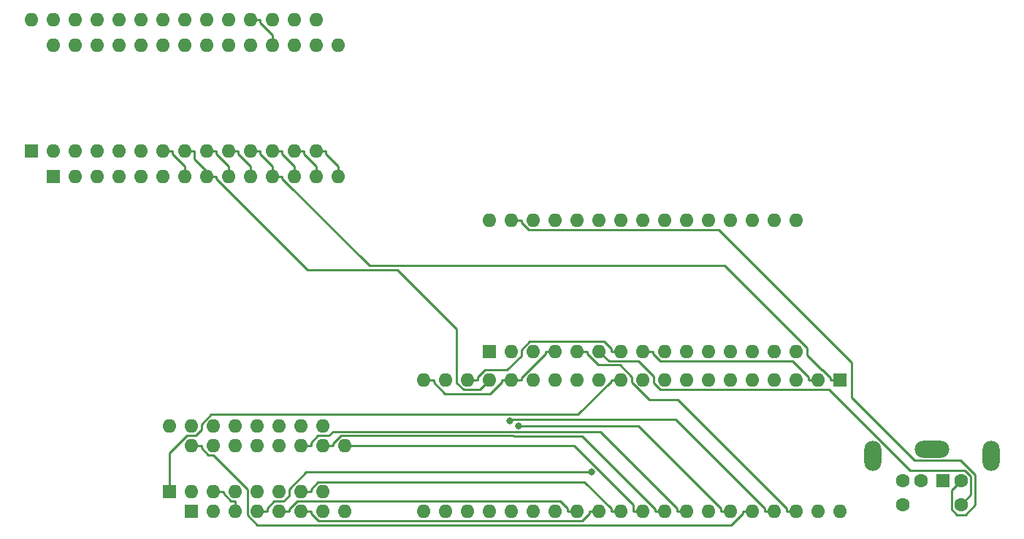
<source format=gbr>
%TF.GenerationSoftware,KiCad,Pcbnew,(6.0.0)*%
%TF.CreationDate,2022-08-27T02:03:39+01:00*%
%TF.ProjectId,AMSK6128r1,414d534b-3631-4323-9872-312e6b696361,rev?*%
%TF.SameCoordinates,Original*%
%TF.FileFunction,Copper,L1,Top*%
%TF.FilePolarity,Positive*%
%FSLAX46Y46*%
G04 Gerber Fmt 4.6, Leading zero omitted, Abs format (unit mm)*
G04 Created by KiCad (PCBNEW (6.0.0)) date 2022-08-27 02:03:39*
%MOMM*%
%LPD*%
G01*
G04 APERTURE LIST*
%TA.AperFunction,ComponentPad*%
%ADD10R,1.600000X1.600000*%
%TD*%
%TA.AperFunction,ComponentPad*%
%ADD11O,1.600000X1.600000*%
%TD*%
%TA.AperFunction,ComponentPad*%
%ADD12C,1.600000*%
%TD*%
%TA.AperFunction,ComponentPad*%
%ADD13O,2.000000X3.500000*%
%TD*%
%TA.AperFunction,ComponentPad*%
%ADD14O,4.000000X2.000000*%
%TD*%
%TA.AperFunction,ViaPad*%
%ADD15C,0.800000*%
%TD*%
%TA.AperFunction,Conductor*%
%ADD16C,0.250000*%
%TD*%
G04 APERTURE END LIST*
D10*
%TO.P,U1,1,Q0*%
%TO.N,Net-(H2-Pad1)*%
X90160000Y-92446000D03*
D11*
%TO.P,U1,2,Q1*%
%TO.N,Net-(H2-Pad2)*%
X92700000Y-92446000D03*
%TO.P,U1,3,Q2*%
%TO.N,Net-(H2-Pad3)*%
X95240000Y-92446000D03*
%TO.P,U1,4,Q3*%
%TO.N,Net-(H2-Pad4)*%
X97780000Y-92446000D03*
%TO.P,U1,5,Q4*%
%TO.N,Net-(H2-Pad5)*%
X100320000Y-92446000D03*
%TO.P,U1,6,Q5*%
%TO.N,Net-(H2-Pad6)*%
X102860000Y-92446000D03*
%TO.P,U1,7,Q6*%
%TO.N,Net-(H2-Pad7)*%
X105400000Y-92446000D03*
%TO.P,U1,8,GND*%
%TO.N,Net-(H2-Pad8)*%
X107940000Y-92446000D03*
%TO.P,U1,9,Q7*%
%TO.N,Net-(H2-Pad9)*%
X107940000Y-84826000D03*
%TO.P,U1,10,Q8*%
%TO.N,Net-(H2-Pad10)*%
X105400000Y-84826000D03*
%TO.P,U1,11,Q9*%
%TO.N,Net-(H2-Pad11)*%
X102860000Y-84826000D03*
%TO.P,U1,12,P3*%
%TO.N,Net-(H2-Pad12)*%
X100320000Y-84826000D03*
%TO.P,U1,13,P2*%
%TO.N,Net-(H2-Pad13)*%
X97780000Y-84826000D03*
%TO.P,U1,14,P1*%
%TO.N,Net-(H2-Pad14)*%
X95240000Y-84826000D03*
%TO.P,U1,15,P0*%
%TO.N,Net-(H2-Pad15)*%
X92700000Y-84826000D03*
%TO.P,U1,16,VCC*%
%TO.N,Net-(H2-Pad16)*%
X90160000Y-84826000D03*
%TD*%
D10*
%TO.P,U4,1,Pin_1*%
%TO.N,unconnected-(U4-Pad1)*%
X124714000Y-73904000D03*
D11*
%TO.P,U4,2,Pin_2*%
%TO.N,unconnected-(U4-Pad2)*%
X127254000Y-73904000D03*
%TO.P,U4,3,Pin_3*%
%TO.N,unconnected-(U4-Pad3)*%
X129794000Y-73904000D03*
%TO.P,U4,4,Pin_4*%
%TO.N,Net-(H2-Pad8)*%
X132334000Y-73904000D03*
%TO.P,U4,5,Pin_5*%
%TO.N,Net-(U3-Pad38)*%
X134874000Y-73904000D03*
%TO.P,U4,6,Pin_6*%
%TO.N,Net-(J1-Pad5)*%
X137414000Y-73904000D03*
%TO.P,U4,7,Pin_7*%
%TO.N,Net-(U3-Pad18)*%
X139954000Y-73904000D03*
%TO.P,U4,8,Pin_8*%
%TO.N,Net-(U3-Pad2)*%
X142494000Y-73904000D03*
%TO.P,U4,9,Pin_9*%
%TO.N,Net-(U3-Pad25)*%
X145034000Y-73904000D03*
%TO.P,U4,10,Pin_10*%
%TO.N,Net-(U3-Pad24)*%
X147574000Y-73904000D03*
%TO.P,U4,11,Pin_11*%
%TO.N,Net-(U3-Pad23)*%
X150114000Y-73904000D03*
%TO.P,U4,12,Pin_12*%
%TO.N,Net-(U3-Pad22)*%
X152654000Y-73904000D03*
%TO.P,U4,13,Pin_13*%
%TO.N,Net-(U3-Pad5)*%
X155194000Y-73904000D03*
%TO.P,U4,14,Pin_14*%
%TO.N,Net-(U3-Pad4)*%
X157734000Y-73904000D03*
%TO.P,U4,15,Pin_15*%
%TO.N,Net-(J1-Pad1)*%
X160274000Y-73904000D03*
%TO.P,U4,16,Pin_16*%
%TO.N,Net-(U3-Pad3)*%
X160274000Y-58664000D03*
%TO.P,U4,17,Pin_17*%
%TO.N,unconnected-(U4-Pad17)*%
X157734000Y-58664000D03*
%TO.P,U4,18,Pin_18*%
%TO.N,unconnected-(U4-Pad18)*%
X155194000Y-58664000D03*
%TO.P,U4,19,Pin_19*%
%TO.N,unconnected-(U4-Pad19)*%
X152654000Y-58664000D03*
%TO.P,U4,20,Pin_20*%
%TO.N,unconnected-(U4-Pad20)*%
X150114000Y-58664000D03*
%TO.P,U4,21,Pin_21*%
%TO.N,unconnected-(U4-Pad21)*%
X147574000Y-58664000D03*
%TO.P,U4,22,Pin_22*%
%TO.N,unconnected-(U4-Pad22)*%
X145034000Y-58664000D03*
%TO.P,U4,23,Pin_23*%
%TO.N,unconnected-(U4-Pad23)*%
X142494000Y-58664000D03*
%TO.P,U4,24,Pin_24*%
%TO.N,unconnected-(U4-Pad24)*%
X139954000Y-58664000D03*
%TO.P,U4,25,Pin_25*%
%TO.N,unconnected-(U4-Pad25)*%
X137414000Y-58664000D03*
%TO.P,U4,26,Pin_26*%
%TO.N,unconnected-(U4-Pad26)*%
X134874000Y-58664000D03*
%TO.P,U4,27,Pin_27*%
%TO.N,Net-(H2-Pad16)*%
X132334000Y-58664000D03*
%TO.P,U4,28,Pin_28*%
%TO.N,unconnected-(U4-Pad28)*%
X129794000Y-58664000D03*
%TO.P,U4,29,Pin_29*%
%TO.N,Net-(H2-Pad8)*%
X127254000Y-58664000D03*
%TO.P,U4,30,Pin_30*%
%TO.N,unconnected-(U4-Pad30)*%
X124714000Y-58664000D03*
%TD*%
D10*
%TO.P,H2,1,Pin_1*%
%TO.N,Net-(H2-Pad1)*%
X87620000Y-90185000D03*
D11*
%TO.P,H2,2,Pin_2*%
%TO.N,Net-(H2-Pad2)*%
X90160000Y-90185000D03*
%TO.P,H2,3,Pin_3*%
%TO.N,Net-(H2-Pad3)*%
X92700000Y-90185000D03*
%TO.P,H2,4,Pin_4*%
%TO.N,Net-(H2-Pad4)*%
X95240000Y-90185000D03*
%TO.P,H2,5,Pin_5*%
%TO.N,Net-(H2-Pad5)*%
X97780000Y-90185000D03*
%TO.P,H2,6,Pin_6*%
%TO.N,Net-(H2-Pad6)*%
X100320000Y-90185000D03*
%TO.P,H2,7,Pin_7*%
%TO.N,Net-(H2-Pad7)*%
X102860000Y-90185000D03*
%TO.P,H2,8,Pin_8*%
%TO.N,Net-(H2-Pad8)*%
X105400000Y-90185000D03*
%TO.P,H2,9,Pin_9*%
%TO.N,Net-(H2-Pad9)*%
X105400000Y-82565000D03*
%TO.P,H2,10,Pin_10*%
%TO.N,Net-(H2-Pad10)*%
X102860000Y-82565000D03*
%TO.P,H2,11,Pin_11*%
%TO.N,Net-(H2-Pad11)*%
X100320000Y-82565000D03*
%TO.P,H2,12,Pin_12*%
%TO.N,Net-(H2-Pad12)*%
X97780000Y-82565000D03*
%TO.P,H2,13,Pin_13*%
%TO.N,Net-(H2-Pad13)*%
X95240000Y-82565000D03*
%TO.P,H2,14,Pin_14*%
%TO.N,Net-(H2-Pad14)*%
X92700000Y-82565000D03*
%TO.P,H2,15,Pin_15*%
%TO.N,Net-(H2-Pad15)*%
X90160000Y-82565000D03*
%TO.P,H2,16,Pin_16*%
%TO.N,Net-(H2-Pad16)*%
X87620000Y-82565000D03*
%TD*%
D10*
%TO.P,H1,1,Pin_1*%
%TO.N,Net-(H1-Pad1)*%
X71586000Y-50675000D03*
D11*
%TO.P,H1,2,Pin_2*%
%TO.N,Net-(H1-Pad2)*%
X74126000Y-50675000D03*
%TO.P,H1,3,Pin_3*%
%TO.N,Net-(H1-Pad3)*%
X76666000Y-50675000D03*
%TO.P,H1,4,Pin_4*%
%TO.N,Net-(H1-Pad4)*%
X79206000Y-50675000D03*
%TO.P,H1,5,Pin_5*%
%TO.N,Net-(H1-Pad5)*%
X81746000Y-50675000D03*
%TO.P,H1,6,Pin_6*%
%TO.N,Net-(H1-Pad6)*%
X84286000Y-50675000D03*
%TO.P,H1,7,Pin_7*%
%TO.N,Net-(H1-Pad7)*%
X86826000Y-50675000D03*
%TO.P,H1,8,Pin_8*%
%TO.N,Net-(H1-Pad8)*%
X89366000Y-50675000D03*
%TO.P,H1,9,Pin_9*%
%TO.N,Net-(H1-Pad9)*%
X91906000Y-50675000D03*
%TO.P,H1,10,Pin_10*%
%TO.N,Net-(H1-Pad10)*%
X94446000Y-50675000D03*
%TO.P,H1,11,Pin_11*%
%TO.N,Net-(H1-Pad11)*%
X96986000Y-50675000D03*
%TO.P,H1,12,Pin_12*%
%TO.N,Net-(H1-Pad12)*%
X99526000Y-50675000D03*
%TO.P,H1,13,Pin_13*%
%TO.N,Net-(H1-Pad13)*%
X102066000Y-50675000D03*
%TO.P,H1,14,Pin_14*%
%TO.N,Net-(H1-Pad14)*%
X104606000Y-50675000D03*
%TO.P,H1,15,Pin_15*%
%TO.N,Net-(H1-Pad15)*%
X104606000Y-35435000D03*
%TO.P,H1,16,Pin_16*%
%TO.N,Net-(H1-Pad16)*%
X102066000Y-35435000D03*
%TO.P,H1,17,Pin_17*%
%TO.N,Net-(H1-Pad17)*%
X99526000Y-35435000D03*
%TO.P,H1,18,Pin_18*%
%TO.N,Net-(H1-Pad18)*%
X96986000Y-35435000D03*
%TO.P,H1,19,Pin_19*%
%TO.N,Net-(H1-Pad19)*%
X94446000Y-35435000D03*
%TO.P,H1,20,Pin_20*%
%TO.N,Net-(H1-Pad20)*%
X91906000Y-35435000D03*
%TO.P,H1,21,Pin_21*%
%TO.N,Net-(H1-Pad21)*%
X89366000Y-35435000D03*
%TO.P,H1,22,Pin_22*%
%TO.N,Net-(H1-Pad22)*%
X86826000Y-35435000D03*
%TO.P,H1,23,Pin_23*%
%TO.N,Net-(H1-Pad23)*%
X84286000Y-35435000D03*
%TO.P,H1,24,Pin_24*%
%TO.N,Net-(H1-Pad24)*%
X81746000Y-35435000D03*
%TO.P,H1,25,Pin_25*%
%TO.N,Net-(H1-Pad25)*%
X79206000Y-35435000D03*
%TO.P,H1,26,Pin_26*%
%TO.N,Net-(H1-Pad26)*%
X76666000Y-35435000D03*
%TO.P,H1,27,Pin_27*%
%TO.N,Net-(H1-Pad27)*%
X74126000Y-35435000D03*
%TO.P,H1,28,Pin_28*%
%TO.N,Net-(H1-Pad28)*%
X71586000Y-35435000D03*
%TD*%
D10*
%TO.P,U2,1,Pin_1*%
%TO.N,Net-(H1-Pad1)*%
X74146000Y-53584000D03*
D11*
%TO.P,U2,2,Pin_2*%
%TO.N,Net-(H1-Pad2)*%
X76686000Y-53584000D03*
%TO.P,U2,3,Pin_3*%
%TO.N,Net-(H1-Pad3)*%
X79226000Y-53584000D03*
%TO.P,U2,4,Pin_4*%
%TO.N,Net-(H1-Pad4)*%
X81766000Y-53584000D03*
%TO.P,U2,5,Pin_5*%
%TO.N,Net-(H1-Pad5)*%
X84306000Y-53584000D03*
%TO.P,U2,6,Pin_6*%
%TO.N,Net-(H1-Pad6)*%
X86846000Y-53584000D03*
%TO.P,U2,7,Pin_7*%
%TO.N,Net-(H1-Pad7)*%
X89386000Y-53584000D03*
%TO.P,U2,8,Pin_8*%
%TO.N,Net-(H1-Pad8)*%
X91926000Y-53584000D03*
%TO.P,U2,9,Pin_9*%
%TO.N,Net-(H1-Pad9)*%
X94466000Y-53584000D03*
%TO.P,U2,10,Pin_10*%
%TO.N,Net-(H1-Pad10)*%
X97006000Y-53584000D03*
%TO.P,U2,11,Pin_11*%
%TO.N,Net-(H1-Pad11)*%
X99546000Y-53584000D03*
%TO.P,U2,12,Pin_12*%
%TO.N,Net-(H1-Pad12)*%
X102086000Y-53584000D03*
%TO.P,U2,13,Pin_13*%
%TO.N,Net-(H1-Pad13)*%
X104626000Y-53584000D03*
%TO.P,U2,14,Pin_14*%
%TO.N,Net-(H1-Pad14)*%
X107166000Y-53584000D03*
%TO.P,U2,15,Pin_15*%
%TO.N,Net-(H1-Pad15)*%
X107166000Y-38344000D03*
%TO.P,U2,16,Pin_16*%
%TO.N,Net-(H1-Pad16)*%
X104626000Y-38344000D03*
%TO.P,U2,17,Pin_17*%
%TO.N,Net-(H1-Pad17)*%
X102086000Y-38344000D03*
%TO.P,U2,18,Pin_18*%
%TO.N,Net-(H1-Pad18)*%
X99546000Y-38344000D03*
%TO.P,U2,19,Pin_19*%
%TO.N,Net-(H1-Pad19)*%
X97006000Y-38344000D03*
%TO.P,U2,20,Pin_20*%
%TO.N,Net-(H1-Pad20)*%
X94466000Y-38344000D03*
%TO.P,U2,21,Pin_21*%
%TO.N,Net-(H1-Pad21)*%
X91926000Y-38344000D03*
%TO.P,U2,22,Pin_22*%
%TO.N,Net-(H1-Pad22)*%
X89386000Y-38344000D03*
%TO.P,U2,23,Pin_23*%
%TO.N,Net-(H1-Pad23)*%
X86846000Y-38344000D03*
%TO.P,U2,24,Pin_24*%
%TO.N,Net-(H1-Pad24)*%
X84306000Y-38344000D03*
%TO.P,U2,25,Pin_25*%
%TO.N,Net-(H1-Pad25)*%
X81766000Y-38344000D03*
%TO.P,U2,26,Pin_26*%
%TO.N,Net-(H1-Pad26)*%
X79226000Y-38344000D03*
%TO.P,U2,27,Pin_27*%
%TO.N,Net-(H1-Pad27)*%
X76686000Y-38344000D03*
%TO.P,U2,28,Pin_28*%
%TO.N,Net-(H1-Pad28)*%
X74146000Y-38344000D03*
%TD*%
D10*
%TO.P,U3,1,Pin_1*%
%TO.N,Net-(H1-Pad11)*%
X165349000Y-77211000D03*
D11*
%TO.P,U3,2,Pin_2*%
%TO.N,Net-(U3-Pad2)*%
X162809000Y-77211000D03*
%TO.P,U3,3,Pin_3*%
%TO.N,Net-(U3-Pad3)*%
X160269000Y-77211000D03*
%TO.P,U3,4,Pin_4*%
%TO.N,Net-(U3-Pad4)*%
X157729000Y-77211000D03*
%TO.P,U3,5,Pin_5*%
%TO.N,Net-(U3-Pad5)*%
X155189000Y-77211000D03*
%TO.P,U3,6,Pin_6*%
%TO.N,unconnected-(U3-Pad6)*%
X152649000Y-77211000D03*
%TO.P,U3,7,Pin_7*%
%TO.N,unconnected-(U3-Pad7)*%
X150109000Y-77211000D03*
%TO.P,U3,8,Pin_8*%
%TO.N,Net-(H2-Pad4)*%
X147569000Y-77211000D03*
%TO.P,U3,9,Pin_9*%
%TO.N,Net-(H2-Pad3)*%
X145029000Y-77211000D03*
%TO.P,U3,10,Pin_10*%
%TO.N,Net-(H2-Pad2)*%
X142489000Y-77211000D03*
%TO.P,U3,11,Pin_11*%
%TO.N,Net-(H2-Pad1)*%
X139949000Y-77211000D03*
%TO.P,U3,12,Pin_12*%
%TO.N,unconnected-(U3-Pad12)*%
X137409000Y-77211000D03*
%TO.P,U3,13,Pin_13*%
%TO.N,unconnected-(U3-Pad13)*%
X134869000Y-77211000D03*
%TO.P,U3,14,Pin_14*%
%TO.N,unconnected-(U3-Pad14)*%
X132329000Y-77211000D03*
%TO.P,U3,15,Pin_15*%
%TO.N,Net-(H1-Pad7)*%
X129789000Y-77211000D03*
%TO.P,U3,16,Pin_16*%
%TO.N,Net-(H2-Pad8)*%
X127249000Y-77211000D03*
%TO.P,U3,17,Pin_17*%
%TO.N,Net-(H1-Pad8)*%
X124709000Y-77211000D03*
%TO.P,U3,18,Pin_18*%
%TO.N,Net-(U3-Pad18)*%
X122169000Y-77211000D03*
%TO.P,U3,19,Pin_19*%
%TO.N,Net-(H1-Pad9)*%
X119629000Y-77211000D03*
%TO.P,U3,20,Pin_20*%
%TO.N,Net-(H2-Pad8)*%
X117089000Y-77211000D03*
%TO.P,U3,21,Pin_21*%
%TO.N,Net-(H1-Pad10)*%
X117089000Y-92451000D03*
%TO.P,U3,22,Pin_22*%
%TO.N,Net-(U3-Pad22)*%
X119629000Y-92451000D03*
%TO.P,U3,23,Pin_23*%
%TO.N,Net-(U3-Pad23)*%
X122169000Y-92451000D03*
%TO.P,U3,24,Pin_24*%
%TO.N,Net-(U3-Pad24)*%
X124709000Y-92451000D03*
%TO.P,U3,25,Pin_25*%
%TO.N,Net-(U3-Pad25)*%
X127249000Y-92451000D03*
%TO.P,U3,26,Pin_26*%
%TO.N,unconnected-(U3-Pad26)*%
X129789000Y-92451000D03*
%TO.P,U3,27,Pin_27*%
%TO.N,unconnected-(U3-Pad27)*%
X132329000Y-92451000D03*
%TO.P,U3,28,Pin_28*%
%TO.N,Net-(H2-Pad5)*%
X134869000Y-92451000D03*
%TO.P,U3,29,Pin_29*%
%TO.N,Net-(H2-Pad6)*%
X137409000Y-92451000D03*
%TO.P,U3,30,Pin_30*%
%TO.N,Net-(H2-Pad7)*%
X139949000Y-92451000D03*
%TO.P,U3,31,Pin_31*%
%TO.N,Net-(H2-Pad9)*%
X142489000Y-92451000D03*
%TO.P,U3,32,Pin_32*%
%TO.N,Net-(H2-Pad10)*%
X145029000Y-92451000D03*
%TO.P,U3,33,Pin_33*%
%TO.N,Net-(H2-Pad11)*%
X147569000Y-92451000D03*
%TO.P,U3,34,Pin_34*%
%TO.N,unconnected-(U3-Pad34)*%
X150109000Y-92451000D03*
%TO.P,U3,35,Pin_35*%
%TO.N,Net-(H1-Pad14)*%
X152649000Y-92451000D03*
%TO.P,U3,36,Pin_36*%
%TO.N,Net-(H2-Pad16)*%
X155189000Y-92451000D03*
%TO.P,U3,37,Pin_37*%
%TO.N,Net-(H1-Pad13)*%
X157729000Y-92451000D03*
%TO.P,U3,38,Pin_38*%
%TO.N,Net-(U3-Pad38)*%
X160269000Y-92451000D03*
%TO.P,U3,39,Pin_39*%
%TO.N,Net-(H1-Pad12)*%
X162809000Y-92451000D03*
%TO.P,U3,40,Pin_40*%
%TO.N,Net-(H2-Pad16)*%
X165349000Y-92451000D03*
%TD*%
D10*
%TO.P,J1,1*%
%TO.N,Net-(J1-Pad1)*%
X177292000Y-88900000D03*
D12*
%TO.P,J1,2*%
%TO.N,unconnected-(J1-Pad2)*%
X174692000Y-88900000D03*
%TO.P,J1,3*%
%TO.N,Net-(H2-Pad8)*%
X179392000Y-88900000D03*
%TO.P,J1,4*%
%TO.N,Net-(H2-Pad16)*%
X172592000Y-88900000D03*
%TO.P,J1,5*%
%TO.N,Net-(J1-Pad5)*%
X179392000Y-91700000D03*
%TO.P,J1,6*%
%TO.N,unconnected-(J1-Pad6)*%
X172592000Y-91700000D03*
D13*
%TO.P,J1,7*%
%TO.N,N/C*%
X169142000Y-86050000D03*
X182842000Y-86050000D03*
D14*
X175992000Y-85250000D03*
%TD*%
D15*
%TO.N,Net-(H1-Pad13)*%
X127080600Y-82005100D03*
%TO.N,Net-(H1-Pad14)*%
X128062000Y-82563800D03*
%TO.N,Net-(H2-Pad4)*%
X136553000Y-87919200D03*
%TD*%
D16*
%TO.N,Net-(H1-Pad7)*%
X87951300Y-51024000D02*
X87951300Y-50675000D01*
X89386000Y-53584000D02*
X89386000Y-52458700D01*
X89386000Y-52458700D02*
X87951300Y-51024000D01*
X86826000Y-50675000D02*
X87951300Y-50675000D01*
%TO.N,Net-(H1-Pad8)*%
X120909200Y-71332600D02*
X114011200Y-64434600D01*
X114011200Y-64434600D02*
X103620600Y-64434600D01*
X123564500Y-78355500D02*
X121683800Y-78355500D01*
X120909200Y-77580900D02*
X120909200Y-71332600D01*
X103620600Y-64434600D02*
X93051300Y-53865300D01*
X92488700Y-53584000D02*
X90491300Y-51586600D01*
X89366000Y-50675000D02*
X90491300Y-50675000D01*
X121683800Y-78355500D02*
X120909200Y-77580900D01*
X91926000Y-53584000D02*
X92488700Y-53584000D01*
X124709000Y-77211000D02*
X123564500Y-78355500D01*
X93051300Y-53865300D02*
X93051300Y-53584000D01*
X92488700Y-53584000D02*
X93051300Y-53584000D01*
X90491300Y-51586600D02*
X90491300Y-50675000D01*
%TO.N,Net-(H1-Pad18)*%
X99546000Y-37218700D02*
X98111300Y-35784000D01*
X99546000Y-38344000D02*
X99546000Y-37218700D01*
X96986000Y-35435000D02*
X98111300Y-35435000D01*
X98111300Y-35784000D02*
X98111300Y-35435000D01*
%TO.N,Net-(H1-Pad9)*%
X93031300Y-51024000D02*
X93031300Y-50675000D01*
X94466000Y-52458700D02*
X93031300Y-51024000D01*
X91906000Y-50675000D02*
X93031300Y-50675000D01*
X94466000Y-53584000D02*
X94466000Y-52458700D01*
%TO.N,Net-(H1-Pad10)*%
X97006000Y-52458700D02*
X95571300Y-51024000D01*
X94446000Y-50675000D02*
X95571300Y-50675000D01*
X97006000Y-53584000D02*
X97006000Y-52458700D01*
X95571300Y-51024000D02*
X95571300Y-50675000D01*
%TO.N,Net-(H1-Pad11)*%
X99546000Y-52458700D02*
X98111300Y-51024000D01*
X100671300Y-53865300D02*
X110790200Y-63984200D01*
X163318200Y-76085700D02*
X164223700Y-76991200D01*
X161480400Y-74377400D02*
X163188700Y-76085700D01*
X98111300Y-51024000D02*
X98111300Y-50675000D01*
X165349000Y-77211000D02*
X164223700Y-77211000D01*
X151986600Y-63984200D02*
X161480400Y-73478000D01*
X96986000Y-50675000D02*
X98111300Y-50675000D01*
X164223700Y-76991200D02*
X164223700Y-77211000D01*
X99546000Y-53584000D02*
X99546000Y-52458700D01*
X110790200Y-63984200D02*
X151986600Y-63984200D01*
X99546000Y-53584000D02*
X100671300Y-53584000D01*
X100671300Y-53584000D02*
X100671300Y-53865300D01*
X163188700Y-76085700D02*
X163318200Y-76085700D01*
X161480400Y-73478000D02*
X161480400Y-74377400D01*
%TO.N,Net-(H1-Pad12)*%
X102086000Y-52458700D02*
X100651300Y-51024000D01*
X102086000Y-53584000D02*
X102086000Y-52458700D01*
X100651300Y-51024000D02*
X100651300Y-50675000D01*
X99526000Y-50675000D02*
X100651300Y-50675000D01*
%TO.N,Net-(H1-Pad13)*%
X157729000Y-92451000D02*
X156603700Y-92451000D01*
X102066000Y-50675000D02*
X103191300Y-50675000D01*
X146272500Y-81838500D02*
X156603700Y-92169700D01*
X127247200Y-81838500D02*
X146272500Y-81838500D01*
X127080600Y-82005100D02*
X127247200Y-81838500D01*
X104626000Y-52458700D02*
X103191300Y-51024000D01*
X104626000Y-53584000D02*
X104626000Y-52458700D01*
X103191300Y-51024000D02*
X103191300Y-50675000D01*
X156603700Y-92169700D02*
X156603700Y-92451000D01*
%TO.N,Net-(H1-Pad14)*%
X107166000Y-53584000D02*
X107166000Y-52458700D01*
X152649000Y-92451000D02*
X151523700Y-92451000D01*
X151523700Y-92451000D02*
X151523700Y-92169700D01*
X141917800Y-82563800D02*
X128062000Y-82563800D01*
X105731300Y-51024000D02*
X105731300Y-50675000D01*
X107166000Y-52458700D02*
X105731300Y-51024000D01*
X151523700Y-92169700D02*
X141917800Y-82563800D01*
X104606000Y-50675000D02*
X105731300Y-50675000D01*
%TO.N,Net-(H2-Pad1)*%
X138823700Y-77211000D02*
X138823700Y-77395800D01*
X138823700Y-77395800D02*
X134960700Y-81258800D01*
X92409200Y-81258800D02*
X91289800Y-82378200D01*
X134960700Y-81258800D02*
X92409200Y-81258800D01*
X91289800Y-83034300D02*
X90628600Y-83695500D01*
X89632300Y-83695500D02*
X87620000Y-85707800D01*
X91289800Y-82378200D02*
X91289800Y-83034300D01*
X90628600Y-83695500D02*
X89632300Y-83695500D01*
X139949000Y-77211000D02*
X138823700Y-77211000D01*
X87620000Y-85707800D02*
X87620000Y-90185000D01*
%TO.N,Net-(H2-Pad3)*%
X94749400Y-91320700D02*
X95240000Y-91320700D01*
X95240000Y-92446000D02*
X95240000Y-91320700D01*
X92700000Y-90185000D02*
X93825300Y-90185000D01*
X93825300Y-90185000D02*
X93825300Y-90396600D01*
X93825300Y-90396600D02*
X94749400Y-91320700D01*
%TO.N,Net-(H2-Pad4)*%
X101487600Y-89904800D02*
X101487600Y-90660500D01*
X100827400Y-91320700D02*
X99749200Y-91320700D01*
X99749200Y-91320700D02*
X98905300Y-92164600D01*
X101487600Y-90660500D02*
X100827400Y-91320700D01*
X97780000Y-92446000D02*
X98905300Y-92446000D01*
X136553000Y-87919200D02*
X103473200Y-87919200D01*
X103473200Y-87919200D02*
X101487600Y-89904800D01*
X98905300Y-92164600D02*
X98905300Y-92446000D01*
%TO.N,Net-(H2-Pad5)*%
X100320000Y-92446000D02*
X101445300Y-92446000D01*
X133743700Y-92169700D02*
X132884400Y-91310400D01*
X102388100Y-91310400D02*
X101445300Y-92253200D01*
X133743700Y-92451000D02*
X133743700Y-92169700D01*
X134869000Y-92451000D02*
X133743700Y-92451000D01*
X101445300Y-92253200D02*
X101445300Y-92446000D01*
X132884400Y-91310400D02*
X102388100Y-91310400D01*
%TO.N,Net-(H2-Pad6)*%
X136283700Y-92732300D02*
X135436800Y-93579200D01*
X136283700Y-92451000D02*
X136283700Y-92732300D01*
X135436800Y-93579200D02*
X104837200Y-93579200D01*
X137409000Y-92451000D02*
X136283700Y-92451000D01*
X103985300Y-92727300D02*
X103985300Y-92446000D01*
X102860000Y-92446000D02*
X103985300Y-92446000D01*
X104837200Y-93579200D02*
X103985300Y-92727300D01*
%TO.N,Net-(H2-Pad7)*%
X138823700Y-92451000D02*
X138823700Y-92169700D01*
X138823700Y-92169700D02*
X135713700Y-89059700D01*
X102860000Y-90185000D02*
X103985300Y-90185000D01*
X135713700Y-89059700D02*
X104829200Y-89059700D01*
X103985300Y-89903600D02*
X103985300Y-90185000D01*
X104829200Y-89059700D02*
X103985300Y-89903600D01*
X139949000Y-92451000D02*
X138823700Y-92451000D01*
%TO.N,Net-(H2-Pad8)*%
X128379300Y-58945400D02*
X129223200Y-59789300D01*
X129223200Y-59789300D02*
X151229300Y-59789300D01*
X117089000Y-77211000D02*
X118214300Y-77211000D01*
X119527900Y-78805900D02*
X124810100Y-78805900D01*
X181000900Y-91749500D02*
X179891000Y-92859400D01*
X179309000Y-86575300D02*
X181000900Y-88267200D01*
X127254000Y-58664000D02*
X128379300Y-58664000D01*
X173984800Y-86575300D02*
X179309000Y-86575300D01*
X178251100Y-92238200D02*
X178251100Y-90040900D01*
X179891000Y-92859400D02*
X178872300Y-92859400D01*
X131208700Y-74185400D02*
X131208700Y-73904000D01*
X178872300Y-92859400D02*
X178251100Y-92238200D01*
X128379300Y-58664000D02*
X128379300Y-58945400D01*
X181000900Y-88267200D02*
X181000900Y-91749500D01*
X124810100Y-78805900D02*
X126123700Y-77492300D01*
X128374300Y-77211000D02*
X128374300Y-77019800D01*
X126123700Y-77492300D02*
X126123700Y-77211000D01*
X132334000Y-73904000D02*
X131208700Y-73904000D01*
X128374300Y-77019800D02*
X131208700Y-74185400D01*
X127249000Y-77211000D02*
X126123700Y-77211000D01*
X166645200Y-75205200D02*
X166645200Y-79235700D01*
X178251100Y-90040900D02*
X179392000Y-88900000D01*
X118214300Y-77211000D02*
X118214300Y-77492300D01*
X151229300Y-59789300D02*
X166645200Y-75205200D01*
X118214300Y-77492300D02*
X119527900Y-78805900D01*
X166645200Y-79235700D02*
X173984800Y-86575300D01*
X127249000Y-77211000D02*
X128374300Y-77211000D01*
%TO.N,Net-(H2-Pad9)*%
X134485600Y-84826000D02*
X107940000Y-84826000D01*
X142489000Y-92451000D02*
X141363700Y-92451000D01*
X141363700Y-91704100D02*
X134485600Y-84826000D01*
X141363700Y-92451000D02*
X141363700Y-91704100D01*
%TO.N,Net-(H2-Pad10)*%
X135396400Y-83739400D02*
X143903700Y-92246700D01*
X145029000Y-92451000D02*
X143903700Y-92451000D01*
X143903700Y-92246700D02*
X143903700Y-92451000D01*
X127462900Y-83695600D02*
X127506700Y-83739400D01*
X107462900Y-83695600D02*
X127462900Y-83695600D01*
X105400000Y-84826000D02*
X106525300Y-84826000D01*
X106525300Y-84633200D02*
X107462900Y-83695600D01*
X106525300Y-84826000D02*
X106525300Y-84633200D01*
X127506700Y-83739400D02*
X135396400Y-83739400D01*
%TO.N,Net-(H2-Pad11)*%
X104829200Y-83700700D02*
X106069900Y-83700700D01*
X147569000Y-92451000D02*
X146443700Y-92451000D01*
X146443700Y-92169700D02*
X146443700Y-92451000D01*
X106069900Y-83700700D02*
X106525400Y-83245200D01*
X106525400Y-83245200D02*
X127649400Y-83245200D01*
X102860000Y-84826000D02*
X103985300Y-84826000D01*
X127649400Y-83245200D02*
X127693300Y-83289100D01*
X103985300Y-84544600D02*
X104829200Y-83700700D01*
X127693300Y-83289100D02*
X137563100Y-83289100D01*
X137563100Y-83289100D02*
X146443700Y-92169700D01*
X103985300Y-84826000D02*
X103985300Y-84544600D01*
%TO.N,Net-(H2-Pad16)*%
X96654600Y-92939900D02*
X96654600Y-89939000D01*
X155189000Y-92451000D02*
X154063700Y-92451000D01*
X97794600Y-94079900D02*
X96654600Y-92939900D01*
X90160000Y-84826000D02*
X91285300Y-84826000D01*
X154063700Y-92732300D02*
X152716100Y-94079900D01*
X91285300Y-85107400D02*
X91285300Y-84826000D01*
X96654600Y-89939000D02*
X92666900Y-85951300D01*
X154063700Y-92451000D02*
X154063700Y-92732300D01*
X92666900Y-85951300D02*
X92129200Y-85951300D01*
X152716100Y-94079900D02*
X97794600Y-94079900D01*
X92129200Y-85951300D02*
X91285300Y-85107400D01*
%TO.N,Net-(J1-Pad5)*%
X164052800Y-78336400D02*
X173462500Y-87746100D01*
X144504200Y-78336400D02*
X164052800Y-78336400D01*
X143759000Y-76821400D02*
X143759000Y-77591200D01*
X138539400Y-75029400D02*
X141967000Y-75029400D01*
X141967000Y-75029400D02*
X143759000Y-76821400D01*
X180522400Y-88425600D02*
X180522400Y-90569600D01*
X173462500Y-87746100D02*
X179842900Y-87746100D01*
X143759000Y-77591200D02*
X144504200Y-78336400D01*
X180522400Y-90569600D02*
X179392000Y-91700000D01*
X137414000Y-73904000D02*
X138539400Y-75029400D01*
X179842900Y-87746100D02*
X180522400Y-88425600D01*
%TO.N,Net-(U3-Pad2)*%
X159783400Y-75029300D02*
X144463200Y-75029300D01*
X144463200Y-75029300D02*
X143619300Y-74185400D01*
X142494000Y-73904000D02*
X143619300Y-73904000D01*
X162809000Y-77211000D02*
X161683700Y-77211000D01*
X143619300Y-74185400D02*
X143619300Y-73904000D01*
X161683700Y-77211000D02*
X161683700Y-76929600D01*
X161683700Y-76929600D02*
X159783400Y-75029300D01*
%TO.N,Net-(U3-Pad18)*%
X123294300Y-76929600D02*
X124138200Y-76085700D01*
X129327700Y-72778700D02*
X137984800Y-72778700D01*
X126739200Y-76085700D02*
X128379400Y-74445500D01*
X128379400Y-73727000D02*
X129327700Y-72778700D01*
X138828700Y-73622600D02*
X138828700Y-73904000D01*
X137984800Y-72778700D02*
X138828700Y-73622600D01*
X122169000Y-77211000D02*
X123294300Y-77211000D01*
X139954000Y-73904000D02*
X138828700Y-73904000D01*
X123294300Y-77211000D02*
X123294300Y-76929600D01*
X128379400Y-74445500D02*
X128379400Y-73727000D01*
X124138200Y-76085700D02*
X126739200Y-76085700D01*
%TO.N,Net-(U3-Pad38)*%
X134874000Y-73904000D02*
X135999300Y-73904000D01*
X159143700Y-92451000D02*
X159143700Y-92169700D01*
X139826600Y-75481600D02*
X137295600Y-75481600D01*
X141219000Y-76874000D02*
X139826600Y-75481600D01*
X160269000Y-92451000D02*
X159143700Y-92451000D01*
X137295600Y-75481600D02*
X135999300Y-74185300D01*
X159143700Y-92169700D02*
X146527900Y-79553900D01*
X141219000Y-77533700D02*
X141219000Y-76874000D01*
X146527900Y-79553900D02*
X143239200Y-79553900D01*
X135999300Y-74185300D02*
X135999300Y-73904000D01*
X143239200Y-79553900D02*
X141219000Y-77533700D01*
%TD*%
M02*

</source>
